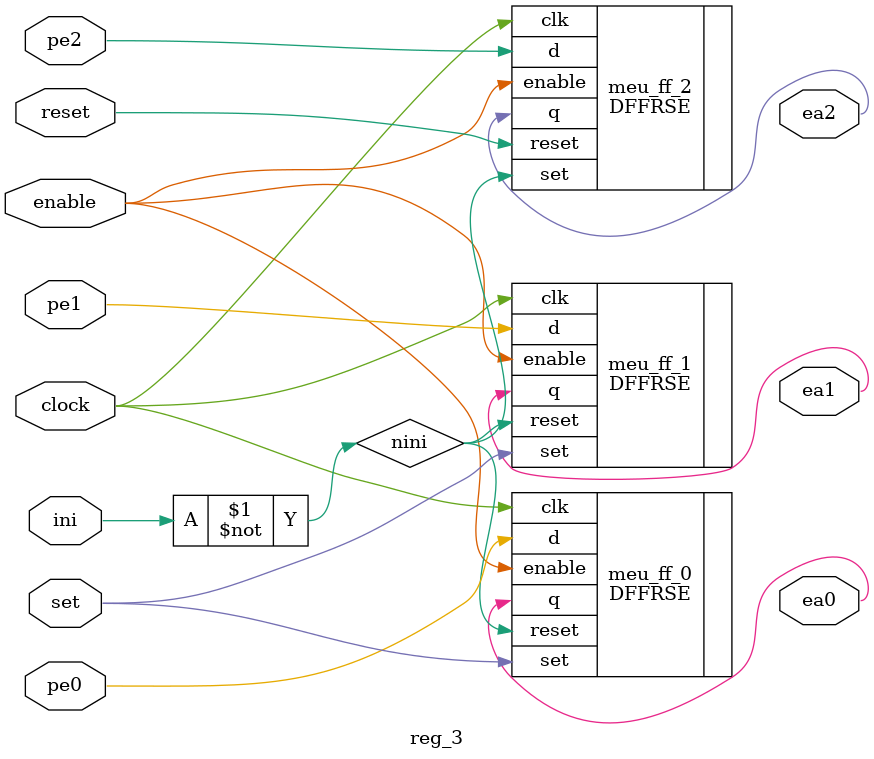
<source format=v>
module reg_3 (
input	pe0,
input   pe1,
input   pe2,
input	clock,
input	reset,
input	set,
input   enable,
input	ini,
output  ea0,
output	ea1,
output	ea2);
wire nini;
not(nini,ini);


    DFFRSE meu_ff_0		(	.q(ea0), 
							.d(pe0), 
							.clk(clock), 
							.reset(nini),
							.set(set), 
							.enable(enable));
    
    DFFRSE meu_ff_1		(	.q(ea1), 
							.d(pe1), 
							.clk(clock), 
							.reset(nini),
							.set(set), 
							.enable(enable));

    DFFRSE meu_ff_2		(	.q(ea2), 
							.d(pe2), 
							.clk(clock), 
							.reset(reset),
							.set(nini), 
							.enable(enable));

endmodule


</source>
